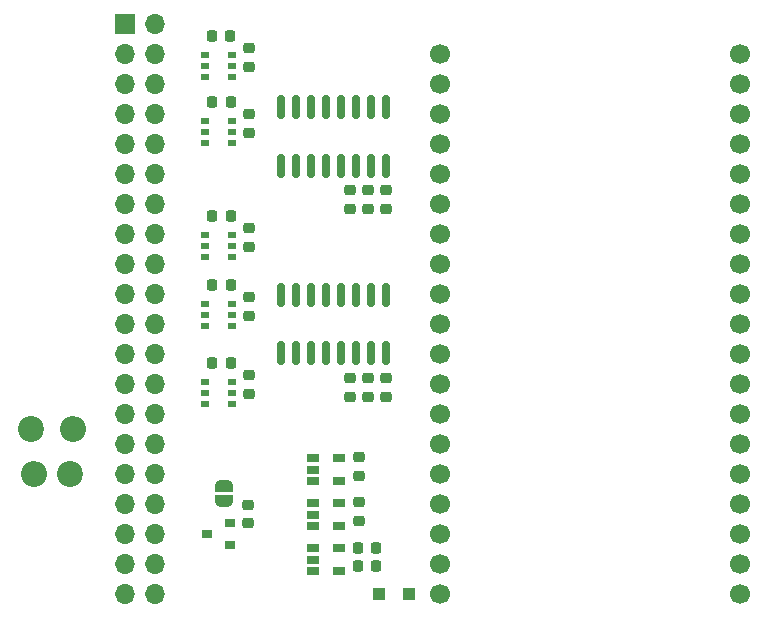
<source format=gbr>
%TF.GenerationSoftware,KiCad,Pcbnew,7.0.6*%
%TF.CreationDate,2024-02-23T14:21:37+01:00*%
%TF.ProjectId,blue_64,626c7565-5f36-4342-9e6b-696361645f70,rev?*%
%TF.SameCoordinates,Original*%
%TF.FileFunction,Soldermask,Bot*%
%TF.FilePolarity,Negative*%
%FSLAX46Y46*%
G04 Gerber Fmt 4.6, Leading zero omitted, Abs format (unit mm)*
G04 Created by KiCad (PCBNEW 7.0.6) date 2024-02-23 14:21:37*
%MOMM*%
%LPD*%
G01*
G04 APERTURE LIST*
G04 Aperture macros list*
%AMRoundRect*
0 Rectangle with rounded corners*
0 $1 Rounding radius*
0 $2 $3 $4 $5 $6 $7 $8 $9 X,Y pos of 4 corners*
0 Add a 4 corners polygon primitive as box body*
4,1,4,$2,$3,$4,$5,$6,$7,$8,$9,$2,$3,0*
0 Add four circle primitives for the rounded corners*
1,1,$1+$1,$2,$3*
1,1,$1+$1,$4,$5*
1,1,$1+$1,$6,$7*
1,1,$1+$1,$8,$9*
0 Add four rect primitives between the rounded corners*
20,1,$1+$1,$2,$3,$4,$5,0*
20,1,$1+$1,$4,$5,$6,$7,0*
20,1,$1+$1,$6,$7,$8,$9,0*
20,1,$1+$1,$8,$9,$2,$3,0*%
%AMFreePoly0*
4,1,19,0.500000,-0.750000,0.000000,-0.750000,0.000000,-0.744911,-0.071157,-0.744911,-0.207708,-0.704816,-0.327430,-0.627875,-0.420627,-0.520320,-0.479746,-0.390866,-0.500000,-0.250000,-0.500000,0.250000,-0.479746,0.390866,-0.420627,0.520320,-0.327430,0.627875,-0.207708,0.704816,-0.071157,0.744911,0.000000,0.744911,0.000000,0.750000,0.500000,0.750000,0.500000,-0.750000,0.500000,-0.750000,
$1*%
%AMFreePoly1*
4,1,19,0.000000,0.744911,0.071157,0.744911,0.207708,0.704816,0.327430,0.627875,0.420627,0.520320,0.479746,0.390866,0.500000,0.250000,0.500000,-0.250000,0.479746,-0.390866,0.420627,-0.520320,0.327430,-0.627875,0.207708,-0.704816,0.071157,-0.744911,0.000000,-0.744911,0.000000,-0.750000,-0.500000,-0.750000,-0.500000,0.750000,0.000000,0.750000,0.000000,0.744911,0.000000,0.744911,
$1*%
G04 Aperture macros list end*
%ADD10C,2.200000*%
%ADD11O,2.200000X2.200000*%
%ADD12R,1.700000X1.700000*%
%ADD13O,1.700000X1.700000*%
%ADD14C,1.700000*%
%ADD15RoundRect,0.218750X0.256250X-0.218750X0.256250X0.218750X-0.256250X0.218750X-0.256250X-0.218750X0*%
%ADD16RoundRect,0.218750X0.218750X0.256250X-0.218750X0.256250X-0.218750X-0.256250X0.218750X-0.256250X0*%
%ADD17R,0.700000X0.510000*%
%ADD18RoundRect,0.218750X-0.256250X0.218750X-0.256250X-0.218750X0.256250X-0.218750X0.256250X0.218750X0*%
%ADD19R,1.000000X1.000000*%
%ADD20R,1.060000X0.650000*%
%ADD21RoundRect,0.150000X-0.150000X0.825000X-0.150000X-0.825000X0.150000X-0.825000X0.150000X0.825000X0*%
%ADD22FreePoly0,270.000000*%
%ADD23FreePoly1,270.000000*%
%ADD24R,0.900000X0.800000*%
G04 APERTURE END LIST*
D10*
X65127000Y-88900000D03*
D11*
X62127000Y-88900000D03*
D12*
X69850000Y-50800000D03*
D13*
X72390000Y-50800000D03*
X69850000Y-53340000D03*
X72390000Y-53340000D03*
X69850000Y-55880000D03*
X72390000Y-55880000D03*
X69850000Y-58420000D03*
X72390000Y-58420000D03*
X69850000Y-60960000D03*
X72390000Y-60960000D03*
X69850000Y-63500000D03*
X72390000Y-63500000D03*
X69850000Y-66040000D03*
X72390000Y-66040000D03*
X69850000Y-68580000D03*
X72390000Y-68580000D03*
X69850000Y-71120000D03*
X72390000Y-71120000D03*
X69850000Y-73660000D03*
X72390000Y-73660000D03*
X69850000Y-76200000D03*
X72390000Y-76200000D03*
X69850000Y-78740000D03*
X72390000Y-78740000D03*
X69850000Y-81280000D03*
X72390000Y-81280000D03*
X69850000Y-83820000D03*
X72390000Y-83820000D03*
X69850000Y-86360000D03*
X72390000Y-86360000D03*
X69850000Y-88900000D03*
X72390000Y-88900000D03*
X69850000Y-91440000D03*
X72390000Y-91440000D03*
X69850000Y-93980000D03*
X72390000Y-93980000D03*
X69850000Y-96520000D03*
X72390000Y-96520000D03*
X69850000Y-99060000D03*
X72390000Y-99060000D03*
D10*
X61877000Y-85090000D03*
D11*
X65377000Y-85090000D03*
D14*
X121920000Y-86360000D03*
X121920000Y-88900000D03*
X96520000Y-53340000D03*
X121920000Y-83820000D03*
X121920000Y-76200000D03*
X96520000Y-99060000D03*
X96520000Y-83820000D03*
X96520000Y-88900000D03*
X96520000Y-81280000D03*
X121920000Y-91440000D03*
X121920000Y-81280000D03*
X121920000Y-78740000D03*
X121920000Y-73660000D03*
X121920000Y-71120000D03*
X121920000Y-66040000D03*
X121920000Y-58420000D03*
X121920000Y-55880000D03*
X96520000Y-73660000D03*
X96520000Y-76200000D03*
X96520000Y-78740000D03*
X96520000Y-68580000D03*
X96520000Y-71120000D03*
X96520000Y-63500000D03*
X96520000Y-66040000D03*
X121920000Y-99060000D03*
X96520000Y-96520000D03*
X121920000Y-96520000D03*
X121920000Y-93980000D03*
X96520000Y-91440000D03*
X96520000Y-93980000D03*
X96520000Y-55880000D03*
X96520000Y-86360000D03*
X121920000Y-53340000D03*
X121920000Y-68580000D03*
X121920000Y-63500000D03*
X121920000Y-60960000D03*
X96520000Y-60960000D03*
X96520000Y-58420000D03*
D15*
X90424000Y-82321500D03*
X90424000Y-80746500D03*
D16*
X78765500Y-57404000D03*
X77190500Y-57404000D03*
D15*
X91948000Y-66446500D03*
X91948000Y-64871500D03*
D17*
X78884000Y-68646000D03*
X78884000Y-69596000D03*
X78884000Y-70546000D03*
X76564000Y-70546000D03*
X76564000Y-69596000D03*
X76564000Y-68646000D03*
D15*
X88900000Y-82321500D03*
X88900000Y-80746500D03*
X90424000Y-66446500D03*
X90424000Y-64871500D03*
D18*
X80314800Y-80492500D03*
X80314800Y-82067500D03*
D17*
X78884000Y-74488000D03*
X78884000Y-75438000D03*
X78884000Y-76388000D03*
X76564000Y-76388000D03*
X76564000Y-75438000D03*
X76564000Y-74488000D03*
D19*
X93833000Y-99060000D03*
X91333000Y-99060000D03*
D18*
X80264000Y-91465300D03*
X80264000Y-93040300D03*
X80314800Y-52806500D03*
X80314800Y-54381500D03*
D16*
X78765500Y-72898000D03*
X77190500Y-72898000D03*
D15*
X91948000Y-82321500D03*
X91948000Y-80746500D03*
X88900000Y-66446500D03*
X88900000Y-64871500D03*
D20*
X85768000Y-89469000D03*
X85768000Y-88519000D03*
X85768000Y-87569000D03*
X87968000Y-87569000D03*
X87968000Y-89469000D03*
D21*
X83058000Y-73725000D03*
X84328000Y-73725000D03*
X85598000Y-73725000D03*
X86868000Y-73725000D03*
X88138000Y-73725000D03*
X89408000Y-73725000D03*
X90678000Y-73725000D03*
X91948000Y-73725000D03*
X91948000Y-78675000D03*
X90678000Y-78675000D03*
X89408000Y-78675000D03*
X88138000Y-78675000D03*
X86868000Y-78675000D03*
X85598000Y-78675000D03*
X84328000Y-78675000D03*
X83058000Y-78675000D03*
D18*
X80314800Y-73888500D03*
X80314800Y-75463500D03*
X80314800Y-68046500D03*
X80314800Y-69621500D03*
D21*
X83058000Y-57850000D03*
X84328000Y-57850000D03*
X85598000Y-57850000D03*
X86868000Y-57850000D03*
X88138000Y-57850000D03*
X89408000Y-57850000D03*
X90678000Y-57850000D03*
X91948000Y-57850000D03*
X91948000Y-62800000D03*
X90678000Y-62800000D03*
X89408000Y-62800000D03*
X88138000Y-62800000D03*
X86868000Y-62800000D03*
X85598000Y-62800000D03*
X84328000Y-62800000D03*
X83058000Y-62800000D03*
D18*
X80314800Y-58394500D03*
X80314800Y-59969500D03*
D17*
X78884000Y-58994000D03*
X78884000Y-59944000D03*
X78884000Y-60894000D03*
X76564000Y-60894000D03*
X76564000Y-59944000D03*
X76564000Y-58994000D03*
D16*
X78765500Y-79502000D03*
X77190500Y-79502000D03*
D20*
X85768000Y-93279000D03*
X85768000Y-92329000D03*
X85768000Y-91379000D03*
X87968000Y-91379000D03*
X87968000Y-93279000D03*
D16*
X91084500Y-96647000D03*
X89509500Y-96647000D03*
X78765500Y-67056000D03*
X77190500Y-67056000D03*
D22*
X78181200Y-89875600D03*
D23*
X78181200Y-91175600D03*
D16*
X91084500Y-95123000D03*
X89509500Y-95123000D03*
X78740000Y-51816000D03*
X77165000Y-51816000D03*
D15*
X89662000Y-92862500D03*
X89662000Y-91287500D03*
D17*
X78884000Y-53406000D03*
X78884000Y-54356000D03*
X78884000Y-55306000D03*
X76564000Y-55306000D03*
X76564000Y-54356000D03*
X76564000Y-53406000D03*
D24*
X78724000Y-93030000D03*
X78724000Y-94930000D03*
X76724000Y-93980000D03*
D17*
X78884000Y-81092000D03*
X78884000Y-82042000D03*
X78884000Y-82992000D03*
X76564000Y-82992000D03*
X76564000Y-82042000D03*
X76564000Y-81092000D03*
D15*
X89662000Y-89052500D03*
X89662000Y-87477500D03*
D20*
X85768000Y-97089000D03*
X85768000Y-96139000D03*
X85768000Y-95189000D03*
X87968000Y-95189000D03*
X87968000Y-97089000D03*
M02*

</source>
